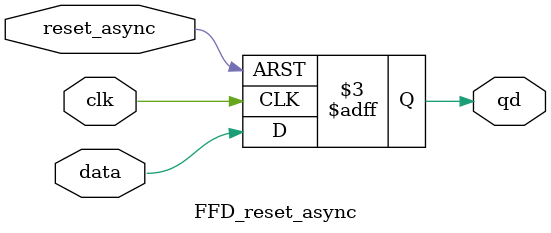
<source format=v>
module FFD_reset_async(
    output reg qd,
    input clk, data, reset_async
);

    always @ (posedge clk or negedge reset_async) begin
        // si reset_async == 0
        if (~reset_async) qd <= 0;
        else qd <= data;
    end 
endmodule











</source>
